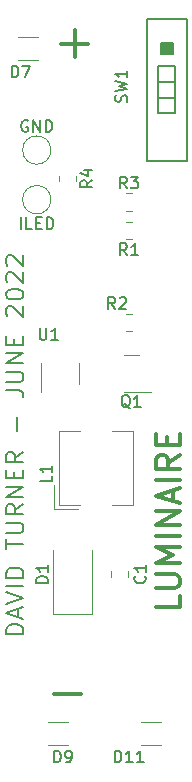
<source format=gto>
%TF.GenerationSoftware,KiCad,Pcbnew,(6.0.1)*%
%TF.CreationDate,2022-06-17T15:58:33+01:00*%
%TF.ProjectId,luminaire,6c756d69-6e61-4697-9265-2e6b69636164,rev?*%
%TF.SameCoordinates,Original*%
%TF.FileFunction,Legend,Top*%
%TF.FilePolarity,Positive*%
%FSLAX46Y46*%
G04 Gerber Fmt 4.6, Leading zero omitted, Abs format (unit mm)*
G04 Created by KiCad (PCBNEW (6.0.1)) date 2022-06-17 15:58:33*
%MOMM*%
%LPD*%
G01*
G04 APERTURE LIST*
%ADD10C,0.200000*%
%ADD11C,0.300000*%
%ADD12C,0.150000*%
%ADD13C,0.120000*%
G04 APERTURE END LIST*
D10*
X143878571Y-102600000D02*
X142378571Y-102600000D01*
X142378571Y-102242857D01*
X142450000Y-102028571D01*
X142592857Y-101885714D01*
X142735714Y-101814285D01*
X143021428Y-101742857D01*
X143235714Y-101742857D01*
X143521428Y-101814285D01*
X143664285Y-101885714D01*
X143807142Y-102028571D01*
X143878571Y-102242857D01*
X143878571Y-102600000D01*
X143450000Y-101171428D02*
X143450000Y-100457142D01*
X143878571Y-101314285D02*
X142378571Y-100814285D01*
X143878571Y-100314285D01*
X142378571Y-100028571D02*
X143878571Y-99528571D01*
X142378571Y-99028571D01*
X143878571Y-98528571D02*
X142378571Y-98528571D01*
X143878571Y-97814285D02*
X142378571Y-97814285D01*
X142378571Y-97457142D01*
X142450000Y-97242857D01*
X142592857Y-97100000D01*
X142735714Y-97028571D01*
X143021428Y-96957142D01*
X143235714Y-96957142D01*
X143521428Y-97028571D01*
X143664285Y-97100000D01*
X143807142Y-97242857D01*
X143878571Y-97457142D01*
X143878571Y-97814285D01*
X142378571Y-95385714D02*
X142378571Y-94528571D01*
X143878571Y-94957142D02*
X142378571Y-94957142D01*
X142378571Y-94028571D02*
X143592857Y-94028571D01*
X143735714Y-93957142D01*
X143807142Y-93885714D01*
X143878571Y-93742857D01*
X143878571Y-93457142D01*
X143807142Y-93314285D01*
X143735714Y-93242857D01*
X143592857Y-93171428D01*
X142378571Y-93171428D01*
X143878571Y-91600000D02*
X143164285Y-92100000D01*
X143878571Y-92457142D02*
X142378571Y-92457142D01*
X142378571Y-91885714D01*
X142450000Y-91742857D01*
X142521428Y-91671428D01*
X142664285Y-91600000D01*
X142878571Y-91600000D01*
X143021428Y-91671428D01*
X143092857Y-91742857D01*
X143164285Y-91885714D01*
X143164285Y-92457142D01*
X143878571Y-90957142D02*
X142378571Y-90957142D01*
X143878571Y-90100000D01*
X142378571Y-90100000D01*
X143092857Y-89385714D02*
X143092857Y-88885714D01*
X143878571Y-88671428D02*
X143878571Y-89385714D01*
X142378571Y-89385714D01*
X142378571Y-88671428D01*
X143878571Y-87171428D02*
X143164285Y-87671428D01*
X143878571Y-88028571D02*
X142378571Y-88028571D01*
X142378571Y-87457142D01*
X142450000Y-87314285D01*
X142521428Y-87242857D01*
X142664285Y-87171428D01*
X142878571Y-87171428D01*
X143021428Y-87242857D01*
X143092857Y-87314285D01*
X143164285Y-87457142D01*
X143164285Y-88028571D01*
X143307142Y-85385714D02*
X143307142Y-84242857D01*
X142378571Y-81957142D02*
X143450000Y-81957142D01*
X143664285Y-82028571D01*
X143807142Y-82171428D01*
X143878571Y-82385714D01*
X143878571Y-82528571D01*
X142378571Y-81242857D02*
X143592857Y-81242857D01*
X143735714Y-81171428D01*
X143807142Y-81100000D01*
X143878571Y-80957142D01*
X143878571Y-80671428D01*
X143807142Y-80528571D01*
X143735714Y-80457142D01*
X143592857Y-80385714D01*
X142378571Y-80385714D01*
X143878571Y-79671428D02*
X142378571Y-79671428D01*
X143878571Y-78814285D01*
X142378571Y-78814285D01*
X143092857Y-78100000D02*
X143092857Y-77600000D01*
X143878571Y-77385714D02*
X143878571Y-78100000D01*
X142378571Y-78100000D01*
X142378571Y-77385714D01*
X142521428Y-75671428D02*
X142450000Y-75600000D01*
X142378571Y-75457142D01*
X142378571Y-75100000D01*
X142450000Y-74957142D01*
X142521428Y-74885714D01*
X142664285Y-74814285D01*
X142807142Y-74814285D01*
X143021428Y-74885714D01*
X143878571Y-75742857D01*
X143878571Y-74814285D01*
X142378571Y-73885714D02*
X142378571Y-73742857D01*
X142450000Y-73600000D01*
X142521428Y-73528571D01*
X142664285Y-73457142D01*
X142950000Y-73385714D01*
X143307142Y-73385714D01*
X143592857Y-73457142D01*
X143735714Y-73528571D01*
X143807142Y-73600000D01*
X143878571Y-73742857D01*
X143878571Y-73885714D01*
X143807142Y-74028571D01*
X143735714Y-74100000D01*
X143592857Y-74171428D01*
X143307142Y-74242857D01*
X142950000Y-74242857D01*
X142664285Y-74171428D01*
X142521428Y-74100000D01*
X142450000Y-74028571D01*
X142378571Y-73885714D01*
X142521428Y-72814285D02*
X142450000Y-72742857D01*
X142378571Y-72600000D01*
X142378571Y-72242857D01*
X142450000Y-72100000D01*
X142521428Y-72028571D01*
X142664285Y-71957142D01*
X142807142Y-71957142D01*
X143021428Y-72028571D01*
X143878571Y-72885714D01*
X143878571Y-71957142D01*
X142521428Y-71385714D02*
X142450000Y-71314285D01*
X142378571Y-71171428D01*
X142378571Y-70814285D01*
X142450000Y-70671428D01*
X142521428Y-70600000D01*
X142664285Y-70528571D01*
X142807142Y-70528571D01*
X143021428Y-70600000D01*
X143878571Y-71457142D01*
X143878571Y-70528571D01*
D11*
X157104761Y-99333333D02*
X157104761Y-100285714D01*
X155104761Y-100285714D01*
X155104761Y-98666666D02*
X156723809Y-98666666D01*
X156914285Y-98571428D01*
X157009523Y-98476190D01*
X157104761Y-98285714D01*
X157104761Y-97904761D01*
X157009523Y-97714285D01*
X156914285Y-97619047D01*
X156723809Y-97523809D01*
X155104761Y-97523809D01*
X157104761Y-96571428D02*
X155104761Y-96571428D01*
X156533333Y-95904761D01*
X155104761Y-95238095D01*
X157104761Y-95238095D01*
X157104761Y-94285714D02*
X155104761Y-94285714D01*
X157104761Y-93333333D02*
X155104761Y-93333333D01*
X157104761Y-92190476D01*
X155104761Y-92190476D01*
X156533333Y-91333333D02*
X156533333Y-90380952D01*
X157104761Y-91523809D02*
X155104761Y-90857142D01*
X157104761Y-90190476D01*
X157104761Y-89523809D02*
X155104761Y-89523809D01*
X157104761Y-87428571D02*
X156152380Y-88095238D01*
X157104761Y-88571428D02*
X155104761Y-88571428D01*
X155104761Y-87809523D01*
X155200000Y-87619047D01*
X155295238Y-87523809D01*
X155485714Y-87428571D01*
X155771428Y-87428571D01*
X155961904Y-87523809D01*
X156057142Y-87619047D01*
X156152380Y-87809523D01*
X156152380Y-88571428D01*
X156057142Y-86571428D02*
X156057142Y-85904761D01*
X157104761Y-85619047D02*
X157104761Y-86571428D01*
X155104761Y-86571428D01*
X155104761Y-85619047D01*
D12*
%TO.C,D9*%
X146461904Y-113452380D02*
X146461904Y-112452380D01*
X146700000Y-112452380D01*
X146842857Y-112500000D01*
X146938095Y-112595238D01*
X146985714Y-112690476D01*
X147033333Y-112880952D01*
X147033333Y-113023809D01*
X146985714Y-113214285D01*
X146938095Y-113309523D01*
X146842857Y-113404761D01*
X146700000Y-113452380D01*
X146461904Y-113452380D01*
X147509523Y-113452380D02*
X147700000Y-113452380D01*
X147795238Y-113404761D01*
X147842857Y-113357142D01*
X147938095Y-113214285D01*
X147985714Y-113023809D01*
X147985714Y-112642857D01*
X147938095Y-112547619D01*
X147890476Y-112500000D01*
X147795238Y-112452380D01*
X147604761Y-112452380D01*
X147509523Y-112500000D01*
X147461904Y-112547619D01*
X147414285Y-112642857D01*
X147414285Y-112880952D01*
X147461904Y-112976190D01*
X147509523Y-113023809D01*
X147604761Y-113071428D01*
X147795238Y-113071428D01*
X147890476Y-113023809D01*
X147938095Y-112976190D01*
X147985714Y-112880952D01*
%TO.C,Q1*%
X152904761Y-83447619D02*
X152809523Y-83400000D01*
X152714285Y-83304761D01*
X152571428Y-83161904D01*
X152476190Y-83114285D01*
X152380952Y-83114285D01*
X152428571Y-83352380D02*
X152333333Y-83304761D01*
X152238095Y-83209523D01*
X152190476Y-83019047D01*
X152190476Y-82685714D01*
X152238095Y-82495238D01*
X152333333Y-82400000D01*
X152428571Y-82352380D01*
X152619047Y-82352380D01*
X152714285Y-82400000D01*
X152809523Y-82495238D01*
X152857142Y-82685714D01*
X152857142Y-83019047D01*
X152809523Y-83209523D01*
X152714285Y-83304761D01*
X152619047Y-83352380D01*
X152428571Y-83352380D01*
X153809523Y-83352380D02*
X153238095Y-83352380D01*
X153523809Y-83352380D02*
X153523809Y-82352380D01*
X153428571Y-82495238D01*
X153333333Y-82590476D01*
X153238095Y-82638095D01*
%TO.C,L1*%
X146252380Y-89166666D02*
X146252380Y-89642857D01*
X145252380Y-89642857D01*
X146252380Y-88309523D02*
X146252380Y-88880952D01*
X146252380Y-88595238D02*
X145252380Y-88595238D01*
X145395238Y-88690476D01*
X145490476Y-88785714D01*
X145538095Y-88880952D01*
%TO.C,R1*%
X152633333Y-70502380D02*
X152300000Y-70026190D01*
X152061904Y-70502380D02*
X152061904Y-69502380D01*
X152442857Y-69502380D01*
X152538095Y-69550000D01*
X152585714Y-69597619D01*
X152633333Y-69692857D01*
X152633333Y-69835714D01*
X152585714Y-69930952D01*
X152538095Y-69978571D01*
X152442857Y-70026190D01*
X152061904Y-70026190D01*
X153585714Y-70502380D02*
X153014285Y-70502380D01*
X153300000Y-70502380D02*
X153300000Y-69502380D01*
X153204761Y-69645238D01*
X153109523Y-69740476D01*
X153014285Y-69788095D01*
%TO.C,U1*%
X145238095Y-76652380D02*
X145238095Y-77461904D01*
X145285714Y-77557142D01*
X145333333Y-77604761D01*
X145428571Y-77652380D01*
X145619047Y-77652380D01*
X145714285Y-77604761D01*
X145761904Y-77557142D01*
X145809523Y-77461904D01*
X145809523Y-76652380D01*
X146809523Y-77652380D02*
X146238095Y-77652380D01*
X146523809Y-77652380D02*
X146523809Y-76652380D01*
X146428571Y-76795238D01*
X146333333Y-76890476D01*
X146238095Y-76938095D01*
%TO.C,TP2*%
X143642857Y-68302380D02*
X143642857Y-67302380D01*
X144595238Y-68302380D02*
X144119047Y-68302380D01*
X144119047Y-67302380D01*
X144928571Y-67778571D02*
X145261904Y-67778571D01*
X145404761Y-68302380D02*
X144928571Y-68302380D01*
X144928571Y-67302380D01*
X145404761Y-67302380D01*
X145833333Y-68302380D02*
X145833333Y-67302380D01*
X146071428Y-67302380D01*
X146214285Y-67350000D01*
X146309523Y-67445238D01*
X146357142Y-67540476D01*
X146404761Y-67730952D01*
X146404761Y-67873809D01*
X146357142Y-68064285D01*
X146309523Y-68159523D01*
X146214285Y-68254761D01*
X146071428Y-68302380D01*
X145833333Y-68302380D01*
%TO.C,D7*%
X142881904Y-55452380D02*
X142881904Y-54452380D01*
X143120000Y-54452380D01*
X143262857Y-54500000D01*
X143358095Y-54595238D01*
X143405714Y-54690476D01*
X143453333Y-54880952D01*
X143453333Y-55023809D01*
X143405714Y-55214285D01*
X143358095Y-55309523D01*
X143262857Y-55404761D01*
X143120000Y-55452380D01*
X142881904Y-55452380D01*
X143786666Y-54452380D02*
X144453333Y-54452380D01*
X144024761Y-55452380D01*
%TO.C,SW1*%
X152604761Y-57533333D02*
X152652380Y-57390476D01*
X152652380Y-57152380D01*
X152604761Y-57057142D01*
X152557142Y-57009523D01*
X152461904Y-56961904D01*
X152366666Y-56961904D01*
X152271428Y-57009523D01*
X152223809Y-57057142D01*
X152176190Y-57152380D01*
X152128571Y-57342857D01*
X152080952Y-57438095D01*
X152033333Y-57485714D01*
X151938095Y-57533333D01*
X151842857Y-57533333D01*
X151747619Y-57485714D01*
X151700000Y-57438095D01*
X151652380Y-57342857D01*
X151652380Y-57104761D01*
X151700000Y-56961904D01*
X151652380Y-56628571D02*
X152652380Y-56390476D01*
X151938095Y-56200000D01*
X152652380Y-56009523D01*
X151652380Y-55771428D01*
X152652380Y-54866666D02*
X152652380Y-55438095D01*
X152652380Y-55152380D02*
X151652380Y-55152380D01*
X151795238Y-55247619D01*
X151890476Y-55342857D01*
X151938095Y-55438095D01*
%TO.C,C1*%
X154157142Y-97666666D02*
X154204761Y-97714285D01*
X154252380Y-97857142D01*
X154252380Y-97952380D01*
X154204761Y-98095238D01*
X154109523Y-98190476D01*
X154014285Y-98238095D01*
X153823809Y-98285714D01*
X153680952Y-98285714D01*
X153490476Y-98238095D01*
X153395238Y-98190476D01*
X153300000Y-98095238D01*
X153252380Y-97952380D01*
X153252380Y-97857142D01*
X153300000Y-97714285D01*
X153347619Y-97666666D01*
X154252380Y-96714285D02*
X154252380Y-97285714D01*
X154252380Y-97000000D02*
X153252380Y-97000000D01*
X153395238Y-97095238D01*
X153490476Y-97190476D01*
X153538095Y-97285714D01*
%TO.C,D1*%
X145952380Y-98238095D02*
X144952380Y-98238095D01*
X144952380Y-98000000D01*
X145000000Y-97857142D01*
X145095238Y-97761904D01*
X145190476Y-97714285D01*
X145380952Y-97666666D01*
X145523809Y-97666666D01*
X145714285Y-97714285D01*
X145809523Y-97761904D01*
X145904761Y-97857142D01*
X145952380Y-98000000D01*
X145952380Y-98238095D01*
X145952380Y-96714285D02*
X145952380Y-97285714D01*
X145952380Y-97000000D02*
X144952380Y-97000000D01*
X145095238Y-97095238D01*
X145190476Y-97190476D01*
X145238095Y-97285714D01*
%TO.C,D11*%
X151585714Y-113452380D02*
X151585714Y-112452380D01*
X151823809Y-112452380D01*
X151966666Y-112500000D01*
X152061904Y-112595238D01*
X152109523Y-112690476D01*
X152157142Y-112880952D01*
X152157142Y-113023809D01*
X152109523Y-113214285D01*
X152061904Y-113309523D01*
X151966666Y-113404761D01*
X151823809Y-113452380D01*
X151585714Y-113452380D01*
X153109523Y-113452380D02*
X152538095Y-113452380D01*
X152823809Y-113452380D02*
X152823809Y-112452380D01*
X152728571Y-112595238D01*
X152633333Y-112690476D01*
X152538095Y-112738095D01*
X154061904Y-113452380D02*
X153490476Y-113452380D01*
X153776190Y-113452380D02*
X153776190Y-112452380D01*
X153680952Y-112595238D01*
X153585714Y-112690476D01*
X153490476Y-112738095D01*
%TO.C,R2*%
X151633333Y-75052380D02*
X151300000Y-74576190D01*
X151061904Y-75052380D02*
X151061904Y-74052380D01*
X151442857Y-74052380D01*
X151538095Y-74100000D01*
X151585714Y-74147619D01*
X151633333Y-74242857D01*
X151633333Y-74385714D01*
X151585714Y-74480952D01*
X151538095Y-74528571D01*
X151442857Y-74576190D01*
X151061904Y-74576190D01*
X152014285Y-74147619D02*
X152061904Y-74100000D01*
X152157142Y-74052380D01*
X152395238Y-74052380D01*
X152490476Y-74100000D01*
X152538095Y-74147619D01*
X152585714Y-74242857D01*
X152585714Y-74338095D01*
X152538095Y-74480952D01*
X151966666Y-75052380D01*
X152585714Y-75052380D01*
%TO.C,R3*%
X152633333Y-64852380D02*
X152300000Y-64376190D01*
X152061904Y-64852380D02*
X152061904Y-63852380D01*
X152442857Y-63852380D01*
X152538095Y-63900000D01*
X152585714Y-63947619D01*
X152633333Y-64042857D01*
X152633333Y-64185714D01*
X152585714Y-64280952D01*
X152538095Y-64328571D01*
X152442857Y-64376190D01*
X152061904Y-64376190D01*
X152966666Y-63852380D02*
X153585714Y-63852380D01*
X153252380Y-64233333D01*
X153395238Y-64233333D01*
X153490476Y-64280952D01*
X153538095Y-64328571D01*
X153585714Y-64423809D01*
X153585714Y-64661904D01*
X153538095Y-64757142D01*
X153490476Y-64804761D01*
X153395238Y-64852380D01*
X153109523Y-64852380D01*
X153014285Y-64804761D01*
X152966666Y-64757142D01*
%TO.C,R4*%
X149702380Y-64166666D02*
X149226190Y-64500000D01*
X149702380Y-64738095D02*
X148702380Y-64738095D01*
X148702380Y-64357142D01*
X148750000Y-64261904D01*
X148797619Y-64214285D01*
X148892857Y-64166666D01*
X149035714Y-64166666D01*
X149130952Y-64214285D01*
X149178571Y-64261904D01*
X149226190Y-64357142D01*
X149226190Y-64738095D01*
X149035714Y-63309523D02*
X149702380Y-63309523D01*
X148654761Y-63547619D02*
X149369047Y-63785714D01*
X149369047Y-63166666D01*
%TO.C,TP1*%
X144238095Y-59100000D02*
X144142857Y-59052380D01*
X144000000Y-59052380D01*
X143857142Y-59100000D01*
X143761904Y-59195238D01*
X143714285Y-59290476D01*
X143666666Y-59480952D01*
X143666666Y-59623809D01*
X143714285Y-59814285D01*
X143761904Y-59909523D01*
X143857142Y-60004761D01*
X144000000Y-60052380D01*
X144095238Y-60052380D01*
X144238095Y-60004761D01*
X144285714Y-59957142D01*
X144285714Y-59623809D01*
X144095238Y-59623809D01*
X144714285Y-60052380D02*
X144714285Y-59052380D01*
X145285714Y-60052380D01*
X145285714Y-59052380D01*
X145761904Y-60052380D02*
X145761904Y-59052380D01*
X146000000Y-59052380D01*
X146142857Y-59100000D01*
X146238095Y-59195238D01*
X146285714Y-59290476D01*
X146333333Y-59480952D01*
X146333333Y-59623809D01*
X146285714Y-59814285D01*
X146238095Y-59909523D01*
X146142857Y-60004761D01*
X146000000Y-60052380D01*
X145761904Y-60052380D01*
D11*
%TO.C,BT1*%
X148214285Y-51457142D02*
X148214285Y-53742857D01*
X149357142Y-52600000D02*
X147071428Y-52600000D01*
X148742857Y-107614285D02*
X146457142Y-107614285D01*
D13*
%TO.C,D9*%
X145920000Y-112000000D02*
X147620000Y-112000000D01*
X145920000Y-110000000D02*
X147620000Y-110000000D01*
%TO.C,Q1*%
X153000000Y-78940000D02*
X153650000Y-78940000D01*
X153000000Y-78940000D02*
X152350000Y-78940000D01*
X153000000Y-82060000D02*
X152350000Y-82060000D01*
X153000000Y-82060000D02*
X154675000Y-82060000D01*
%TO.C,L1*%
X151350000Y-85380000D02*
X153120000Y-85380000D01*
X146880000Y-91620000D02*
X148650000Y-91620000D01*
X146880000Y-85380000D02*
X148650000Y-85380000D01*
X153120000Y-91620000D02*
X153120000Y-85380000D01*
X151350000Y-91620000D02*
X153120000Y-91620000D01*
X148500000Y-92000000D02*
X146500000Y-92000000D01*
X146500000Y-92000000D02*
X146500000Y-90000000D01*
X146880000Y-91620000D02*
X146880000Y-85380000D01*
%TO.C,R1*%
X153027064Y-67665000D02*
X152572936Y-67665000D01*
X153027064Y-69135000D02*
X152572936Y-69135000D01*
%TO.C,U1*%
X148610000Y-81400000D02*
X148610000Y-79600000D01*
X145390000Y-79600000D02*
X145390000Y-82050000D01*
%TO.C,TP2*%
X146200000Y-65800000D02*
G75*
G03*
X146200000Y-65800000I-1200000J0D01*
G01*
%TO.C,D7*%
X143420000Y-54000000D02*
X145120000Y-54000000D01*
X143420000Y-52000000D02*
X145120000Y-52000000D01*
D12*
%TO.C,SW1*%
X155500000Y-53500000D02*
X156500000Y-53500000D01*
X156500000Y-53500000D02*
X156500000Y-52500000D01*
X156500000Y-52500000D02*
X155500000Y-52500000D01*
X155500000Y-52500000D02*
X155500000Y-53500000D01*
G36*
X155500000Y-53500000D02*
G01*
X156500000Y-53500000D01*
X156500000Y-52500000D01*
X155500000Y-52500000D01*
X155500000Y-53500000D01*
G37*
X155300000Y-58500000D02*
X156700000Y-58500000D01*
X156700000Y-58500000D02*
X156700000Y-54500000D01*
X156700000Y-54500000D02*
X155300000Y-54500000D01*
X155300000Y-54500000D02*
X155300000Y-58500000D01*
X155300000Y-57200000D02*
X156700000Y-57200000D01*
X156700000Y-57200000D02*
X156700000Y-55800000D01*
X156700000Y-55800000D02*
X155300000Y-55800000D01*
X155300000Y-55800000D02*
X155300000Y-57200000D01*
X154300000Y-62500000D02*
X157700000Y-62500000D01*
X157700000Y-62500000D02*
X157700000Y-50500000D01*
X157700000Y-50500000D02*
X154300000Y-50500000D01*
X154300000Y-50500000D02*
X154300000Y-62500000D01*
D13*
%TO.C,C1*%
X152735000Y-97761252D02*
X152735000Y-97238748D01*
X151265000Y-97761252D02*
X151265000Y-97238748D01*
%TO.C,D1*%
X149650000Y-100900000D02*
X149650000Y-95500000D01*
X146350000Y-100900000D02*
X146350000Y-95500000D01*
X146350000Y-100900000D02*
X149650000Y-100900000D01*
%TO.C,D11*%
X153800000Y-112000000D02*
X155500000Y-112000000D01*
X153800000Y-110000000D02*
X155500000Y-110000000D01*
%TO.C,R2*%
X153027064Y-76935000D02*
X152572936Y-76935000D01*
X153027064Y-75465000D02*
X152572936Y-75465000D01*
%TO.C,R3*%
X153027064Y-66735000D02*
X152572936Y-66735000D01*
X153027064Y-65265000D02*
X152572936Y-65265000D01*
%TO.C,R4*%
X146865000Y-63772936D02*
X146865000Y-64227064D01*
X148335000Y-63772936D02*
X148335000Y-64227064D01*
%TO.C,TP1*%
X146200000Y-61600000D02*
G75*
G03*
X146200000Y-61600000I-1200000J0D01*
G01*
%TD*%
M02*

</source>
